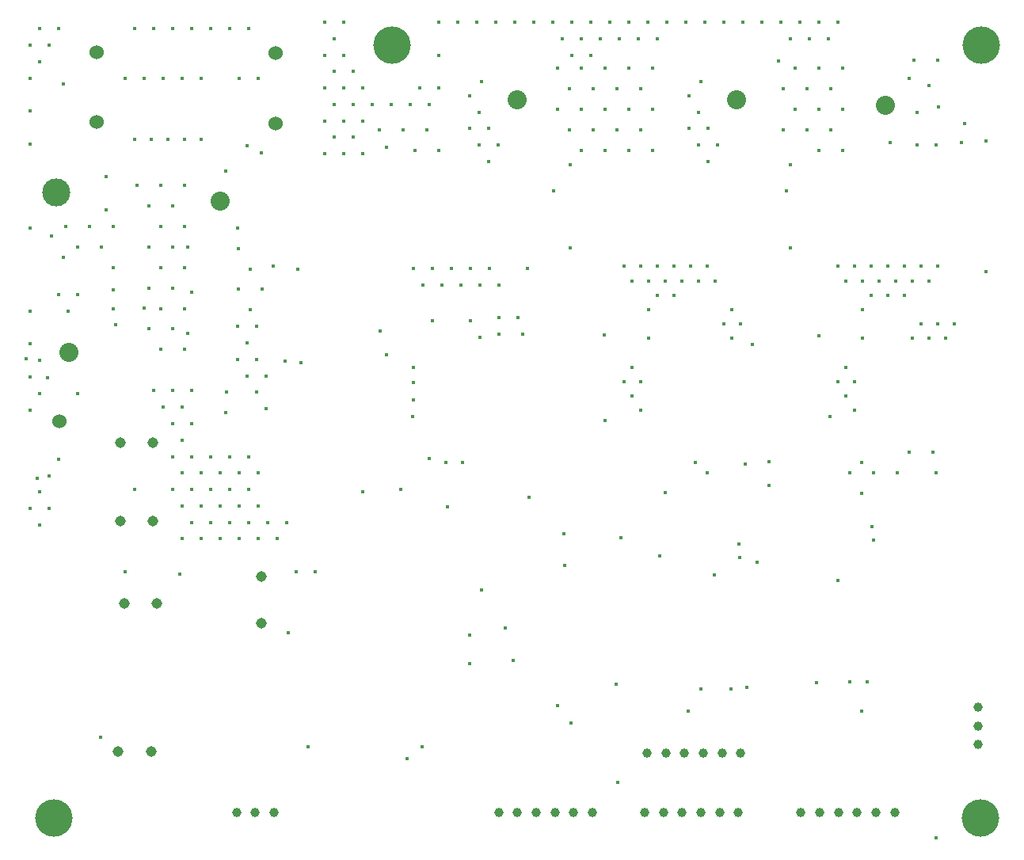
<source format=gbr>
G04 PROTEUS GERBER X2 FILE*
%TF.GenerationSoftware,Labcenter,Proteus,8.7-SP3-Build25561*%
%TF.CreationDate,2021-07-07T13:51:42+00:00*%
%TF.FileFunction,Plated,1,2,PTH*%
%TF.FilePolarity,Positive*%
%TF.Part,Single*%
%TF.SameCoordinates,{3a127f8b-3eab-4655-98d0-693b740bd20c}*%
%FSLAX45Y45*%
%MOMM*%
G01*
%TA.AperFunction,MechanicalDrill*%
%ADD155C,0.381000*%
%TA.AperFunction,ViaDrill*%
%ADD156C,0.381000*%
%TA.AperFunction,ComponentDrill*%
%ADD157C,2.032000*%
%ADD158C,3.000000*%
%ADD159C,1.524000*%
%TA.AperFunction,ComponentDrill*%
%ADD160C,1.000000*%
%TA.AperFunction,OtherDrill,Unknown*%
%ADD161C,4.000000*%
%TA.AperFunction,ComponentDrill*%
%ADD162C,1.143000*%
%TD.AperFunction*%
D155*
X+3225800Y+1174750D03*
X+3479800Y+1174750D03*
X+5257800Y+1174750D03*
X+5511800Y+1174750D03*
X+5765800Y+1174750D03*
X+7543800Y+1174750D03*
X+7797800Y+1174750D03*
X+3098800Y+1394720D03*
X+3352800Y+1394720D03*
X+4876800Y+1394720D03*
X+5130800Y+1394720D03*
X+5384800Y+1394720D03*
X+5638800Y+1394720D03*
X+7162800Y+1394720D03*
X+7416800Y+1394720D03*
X+7670800Y+1394720D03*
X+4749800Y+1614690D03*
X+5003800Y+1614690D03*
X+5257800Y+1614690D03*
X+5511800Y+1614690D03*
X+5765800Y+1614690D03*
X+7289800Y+1614690D03*
X+7543800Y+1614690D03*
X+7797800Y+1614690D03*
X+4876800Y+1834660D03*
X+5130800Y+1834660D03*
X+5384800Y+1834660D03*
X+5638800Y+1834660D03*
X+7162800Y+1834660D03*
X+7416800Y+1834660D03*
X+7670800Y+1834660D03*
X+4749800Y+2054630D03*
X+5003800Y+2054630D03*
X+5257800Y+2054630D03*
X+5511800Y+2054630D03*
X+5765800Y+2054630D03*
X+7289800Y+2054630D03*
X+7543800Y+2054630D03*
X+7797800Y+2054630D03*
D156*
X+3213100Y-1497654D03*
X+3213100Y-1308100D03*
X+3213100Y-1145702D03*
X+4127500Y-617774D03*
X+4330700Y-617774D03*
X+3314700Y-265822D03*
X+3517900Y-265822D03*
X+3721100Y-265822D03*
X+3924300Y-265822D03*
X+4127500Y-265822D03*
X+3213100Y-89846D03*
X+3416300Y-89846D03*
X+3619500Y-89846D03*
X+3822700Y-89846D03*
X+4025900Y-89846D03*
X+4432300Y-89846D03*
X+4013200Y+1052310D03*
X+3911600Y+1228286D03*
X+4114800Y+1228286D03*
X+3810000Y+1404262D03*
X+4013200Y+1404262D03*
X+3911600Y+1580238D03*
X+3810000Y+1756214D03*
X+3937000Y+1905000D03*
X+8597900Y+1228286D03*
X+8801100Y+1228286D03*
X+8597900Y+1580238D03*
X+8724900Y+1866900D03*
X+6363969Y+1052310D03*
X+6262369Y+1228286D03*
X+6465569Y+1228286D03*
X+6160769Y+1404262D03*
X+6363969Y+1404262D03*
X+6262369Y+1580238D03*
X+6160769Y+1756214D03*
X+6286500Y+1905000D03*
X+7747000Y-3429000D03*
X+6428649Y-3363510D03*
D155*
X+3200400Y-1676400D03*
X+4127500Y-793750D03*
X+4381500Y-793750D03*
X+5003800Y+1174750D03*
D156*
X-134100Y-5105400D03*
X+1870921Y-3983646D03*
D155*
X+1472186Y-535190D03*
X+1345186Y-315220D03*
X+1599186Y-315220D03*
X+1472186Y-95250D03*
X+1345186Y+124720D03*
X+1714500Y-63500D03*
X+1206500Y+952500D03*
X+1587500Y+1143000D03*
X+2844800Y+1394720D03*
X+8305800Y+1257545D03*
X+9067800Y+1257545D03*
X+8509000Y+1943100D03*
X+8559800Y+2137425D03*
X+8813800Y+2137425D03*
D156*
X+2921000Y+1206500D03*
X+4191000Y-3937000D03*
X+7519052Y-4519896D03*
X+7874000Y-4508500D03*
X+3811743Y-4009908D03*
X+3810000Y-4318000D03*
D155*
X+4445000Y-2540000D03*
X+6756400Y-2184400D03*
X+508000Y-958605D03*
X+762000Y-958605D03*
X+381000Y-738635D03*
X+635000Y-738635D03*
X+0Y-518665D03*
X+508000Y-518665D03*
X+762000Y-518665D03*
X+381000Y-298695D03*
X+635000Y-298695D03*
X+0Y-78725D03*
X+508000Y-78725D03*
X+762000Y-78725D03*
X-381000Y+141245D03*
X-127000Y+141245D03*
X+381000Y+141245D03*
X+635000Y+141245D03*
X-508000Y+361215D03*
X-254000Y+361215D03*
X+0Y+361215D03*
X+508000Y+361215D03*
X+762000Y+361215D03*
X+381000Y+581185D03*
X+635000Y+581185D03*
X+254000Y+801155D03*
X+508000Y+801155D03*
X+762000Y+801155D03*
D156*
X+5384021Y-4535575D03*
X+4283159Y-4283011D03*
X+4826045Y-3267760D03*
X+2667000Y-2476500D03*
X+7543800Y-812800D03*
X+8127850Y-2993866D03*
X+8118219Y-2853714D03*
X+5249412Y-804176D03*
X+6696244Y-3035770D03*
X+5257800Y-1714500D03*
X+5905500Y-2489200D03*
X+6698805Y-3180794D03*
X+7664736Y-1676863D03*
D155*
X+8001000Y-2498395D03*
X+6350000Y-2278425D03*
X+7874000Y-2278425D03*
X+8128000Y-2278425D03*
X+8382000Y-2278425D03*
X+8509000Y-2058455D03*
X+8763000Y-2058455D03*
X+1218186Y-1415070D03*
X+1980186Y-95250D03*
X+3924300Y-823914D03*
X+3416300Y-647938D03*
X+3822700Y-647938D03*
D156*
X+7924800Y-1608885D03*
X+7835900Y-1454906D03*
X+7747000Y-1300927D03*
X+7924800Y-1300927D03*
X+7835900Y-1146948D03*
X+8013700Y-838990D03*
X+8547100Y-838990D03*
X+8724900Y-838990D03*
X+8902700Y-838990D03*
X+8636000Y-685011D03*
X+8813800Y-685011D03*
X+8991600Y-685011D03*
X+8013700Y-531032D03*
X+8102600Y-377053D03*
X+8280400Y-377053D03*
X+8458200Y-377053D03*
X+7835900Y-223074D03*
X+8013700Y-223074D03*
X+8191500Y-223074D03*
X+8369300Y-223074D03*
X+8547100Y-223074D03*
X+8724900Y-223074D03*
X+7747000Y-69095D03*
X+7924800Y-69095D03*
X+8102600Y-69095D03*
X+8280400Y-69095D03*
X+8458200Y-69095D03*
X+8636000Y-69095D03*
X+8813800Y-69095D03*
X+5638800Y-1608885D03*
X+5549900Y-1454906D03*
X+5461000Y-1300927D03*
X+5638800Y-1300927D03*
X+5549900Y-1146948D03*
X+5727700Y-838990D03*
X+6616700Y-838990D03*
X+6527800Y-685011D03*
X+6705600Y-685011D03*
X+5727700Y-531032D03*
X+6616700Y-531032D03*
X+5816600Y-377053D03*
X+5994400Y-377053D03*
X+5549900Y-223074D03*
X+5727700Y-223074D03*
X+5905500Y-223074D03*
X+6083300Y-223074D03*
X+6261100Y-223074D03*
X+6438900Y-223074D03*
X+5461000Y-69095D03*
X+5638800Y-69095D03*
X+5816600Y-69095D03*
X+5994400Y-69095D03*
X+6172200Y-69095D03*
X+6350000Y-69095D03*
X+7010400Y-2413000D03*
X+3556000Y-2168441D03*
X+3733800Y-2168441D03*
X+6223000Y-2168441D03*
X+8001000Y-2168441D03*
X+800100Y-782630D03*
X+0Y-320693D03*
X+800100Y+141244D03*
X+4711700Y+738213D03*
X+7200900Y+738213D03*
X+7112000Y+2124024D03*
X+8826500Y+1638300D03*
X+9105900Y+1460500D03*
X+2014205Y-1094840D03*
X+1841500Y-1079500D03*
X+8802625Y-6177544D03*
X+8064500Y-4508500D03*
X+8001000Y-4826000D03*
X+6286500Y-4584700D03*
X+6604000Y-4584700D03*
X+6153231Y-4826944D03*
X+6778656Y-4571579D03*
X+2082800Y-5207000D03*
D155*
X+127000Y-3334134D03*
X+1955800Y-3334134D03*
X+2159000Y-3334134D03*
X+736600Y-2982182D03*
X+939800Y-2982182D03*
X+1143000Y-2982182D03*
X+1346200Y-2982182D03*
X+1549400Y-2982182D03*
X+1752600Y-2982182D03*
X+838200Y-2806206D03*
X+1041400Y-2806206D03*
X+1244600Y-2806206D03*
X+1447800Y-2806206D03*
X+1651000Y-2806206D03*
X+1854200Y-2806206D03*
X+736600Y-2630230D03*
X+939800Y-2630230D03*
X+1143000Y-2630230D03*
X+1346200Y-2630230D03*
X+1549400Y-2630230D03*
X+228600Y-2454254D03*
X+635000Y-2454254D03*
X+838200Y-2454254D03*
X+1041400Y-2454254D03*
X+1244600Y-2454254D03*
X+1447800Y-2454254D03*
X+3073400Y-2454254D03*
X+736600Y-2278278D03*
X+939800Y-2278278D03*
X+1143000Y-2278278D03*
X+1346200Y-2278278D03*
X+1549400Y-2278278D03*
X+635000Y-2102302D03*
X+838200Y-2102302D03*
X+1041400Y-2102302D03*
X+1244600Y-2102302D03*
X+1447800Y-2102302D03*
X+7010400Y-2159000D03*
X+736600Y-1926326D03*
X+635000Y-1750350D03*
X+838200Y-1750350D03*
X+533400Y-1574374D03*
X+736600Y-1574374D03*
X+431800Y-1398398D03*
X+635000Y-1398398D03*
X+838200Y-1398398D03*
X+25400Y-694494D03*
X+330200Y-518518D03*
X+838200Y-342542D03*
X-660400Y+254000D03*
X-76200Y+537338D03*
X-76200Y+889290D03*
X-889000Y+1241242D03*
X-889000Y+1593194D03*
X-889000Y+1945146D03*
X+127000Y+1945146D03*
X+330200Y+1945146D03*
X+533400Y+1945146D03*
X+736600Y+1945146D03*
X+939800Y+1945146D03*
X+1346200Y+1945146D03*
X+1549400Y+1945146D03*
X-787400Y+2121122D03*
X-889000Y+2297098D03*
X-685800Y+2297098D03*
X-787400Y+2473074D03*
X-584200Y+2473074D03*
X+228600Y+2473074D03*
X+431800Y+2473074D03*
X+635000Y+2473074D03*
X+838200Y+2473074D03*
X+1041400Y+2473074D03*
X+1244600Y+2473074D03*
X+1447800Y+2473074D03*
X+2260600Y+1134306D03*
X+2463800Y+1134306D03*
X+2667000Y+1134306D03*
X+2362200Y+1310282D03*
X+2565400Y+1310282D03*
X+2260600Y+1486258D03*
X+2463800Y+1486258D03*
X+2667000Y+1486258D03*
X+2362200Y+1662234D03*
X+2565400Y+1662234D03*
X+2768600Y+1662234D03*
X+2971800Y+1662234D03*
X+3175000Y+1662234D03*
X+3378200Y+1662234D03*
X+2260600Y+1838210D03*
X+2463800Y+1838210D03*
X+2667000Y+1838210D03*
X+3276600Y+1838210D03*
X+3479800Y+1838210D03*
X+2362200Y+2014186D03*
X+2565400Y+2014186D03*
X+2260600Y+2190162D03*
X+2463800Y+2190162D03*
X+3479800Y+2190162D03*
X+4902200Y+2190162D03*
X+5105400Y+2190162D03*
X+2362200Y+2366138D03*
X+4800600Y+2366138D03*
X+5003800Y+2366138D03*
X+5207000Y+2366138D03*
X+5410200Y+2366138D03*
X+5613400Y+2366138D03*
X+5816600Y+2366138D03*
X+7239000Y+2366138D03*
X+7442200Y+2366138D03*
X+7645400Y+2366138D03*
X+2260600Y+2542114D03*
X+2463800Y+2542114D03*
X+3479800Y+2542114D03*
X+3683000Y+2542114D03*
X+3886200Y+2542114D03*
X+4089400Y+2542114D03*
X+4292600Y+2542114D03*
X+4495800Y+2542114D03*
X+4699000Y+2542114D03*
X+4902200Y+2542114D03*
X+5105400Y+2542114D03*
X+5308600Y+2542114D03*
X+5511800Y+2542114D03*
X+5715000Y+2542114D03*
X+5918200Y+2542114D03*
X+6121400Y+2542114D03*
X+6324600Y+2542114D03*
X+6527800Y+2542114D03*
X+6731000Y+2542114D03*
X+6934200Y+2542114D03*
X+7137400Y+2542114D03*
X+7340600Y+2542114D03*
X+7543800Y+2542114D03*
X+7747000Y+2542114D03*
X-787400Y-2834768D03*
X-889000Y-2658792D03*
X-685800Y-2658792D03*
X-787400Y-2482816D03*
X-698500Y-1257300D03*
X-685800Y-2306840D03*
X-812800Y-2336800D03*
X-584200Y-2130864D03*
X-927100Y-1054100D03*
X-889000Y-1602936D03*
X-787400Y-1426960D03*
X-381000Y-1426960D03*
X-889000Y-1250984D03*
X-787400Y-1075008D03*
X-889000Y-899032D03*
X-889000Y-547080D03*
X-482600Y-547080D03*
X-584200Y-371104D03*
X-381000Y-371104D03*
X+1638300Y-1591046D03*
X+1536700Y-1415070D03*
X+1435100Y-1239094D03*
X+1638300Y-1239094D03*
X+1333500Y-1063118D03*
X+1536700Y-1063118D03*
X+1435100Y-887142D03*
X+1333500Y-711166D03*
X+1536700Y-711166D03*
X+1333500Y+344690D03*
X+1435100Y+1224570D03*
D156*
X+3145817Y-5333103D03*
X+4895850Y-4946650D03*
X+3944752Y-3532550D03*
X+5431385Y-2971800D03*
X+2857500Y-762000D03*
X+2921000Y-1016000D03*
X+3576345Y-2643122D03*
X+4818888Y-2925288D03*
X+5842000Y-3162300D03*
X+3302000Y-5207000D03*
X+4752309Y-4765009D03*
X+4889500Y+1016000D03*
X+4889500Y+127000D03*
X+9334500Y+1270000D03*
X+9334500Y-127000D03*
X+7239000Y+127000D03*
X+7239000Y+1016000D03*
D155*
X+1206500Y-1635040D03*
X+228600Y+1290561D03*
X+406400Y+1290561D03*
X+584200Y+1290561D03*
X+762000Y+1290561D03*
X+939800Y+1290561D03*
X+711200Y-3356131D03*
X+8801100Y-2278278D03*
X+3378200Y-2124299D03*
X-533400Y+31407D03*
X-889000Y+339365D03*
X-533400Y+1879155D03*
D156*
X+5397500Y-5588000D03*
X+6883138Y-3230089D03*
X+6832600Y-901700D03*
D157*
X+4318000Y+1714500D03*
X+6667500Y+1714500D03*
X+8255000Y+1651000D03*
D158*
X-602309Y+718491D03*
D159*
X-571500Y-1727200D03*
D160*
X+9245600Y-5181500D03*
X+9245600Y-4981500D03*
X+9245600Y-4781500D03*
X+8356500Y-5905500D03*
X+8156500Y-5905500D03*
X+7956500Y-5905500D03*
X+7756500Y-5905500D03*
X+7556500Y-5905500D03*
X+7356500Y-5905500D03*
D157*
X-469900Y-990600D03*
X+1146547Y+625845D03*
D159*
X-177800Y+1473200D03*
X-177800Y+2223200D03*
X+1739900Y+1460500D03*
X+1739900Y+2210500D03*
D161*
X+9283700Y+2298700D03*
X+2984500Y+2298700D03*
X+9271000Y-5969000D03*
X-635000Y-5969000D03*
D160*
X+4124500Y-5905500D03*
X+4324500Y-5905500D03*
X+4524500Y-5905500D03*
X+4724500Y-5905500D03*
X+4924500Y-5905500D03*
X+5124500Y-5905500D03*
X+5686500Y-5905500D03*
X+5886500Y-5905500D03*
X+6086500Y-5905500D03*
X+6286500Y-5905500D03*
X+6486500Y-5905500D03*
X+6686500Y-5905500D03*
X+5712000Y-5270500D03*
X+5912000Y-5270500D03*
X+6112000Y-5270500D03*
X+6312000Y-5270500D03*
X+6512000Y-5270500D03*
X+6712000Y-5270500D03*
X+1722731Y-5905500D03*
X+1522731Y-5905500D03*
X+1322731Y-5905500D03*
D162*
X+1587500Y-3886200D03*
X+1587500Y-3386200D03*
X+76200Y-1955800D03*
X+426200Y-1955800D03*
X+76200Y-2794000D03*
X+426200Y-2794000D03*
X+56400Y-5257800D03*
X+406400Y-5257800D03*
X+119900Y-3670300D03*
X+469900Y-3670300D03*
M02*

</source>
